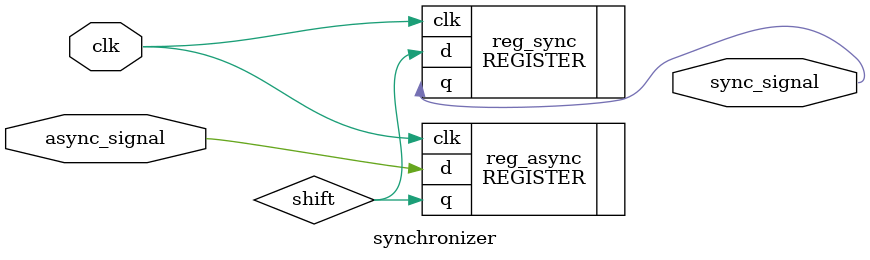
<source format=v>
`timescale 1ns/1ns

module synchronizer #(parameter WIDTH = 1) (
  input [WIDTH-1:0] async_signal,
  input clk,
  output [WIDTH-1:0] sync_signal
);
  wire [WIDTH-1:0] shift;
  REGISTER #(.N(WIDTH)) reg_async(.q(shift), .d(async_signal), .clk(clk));
  REGISTER #(.N(WIDTH)) reg_sync(.q(sync_signal), .d(shift), .clk(clk));

endmodule

</source>
